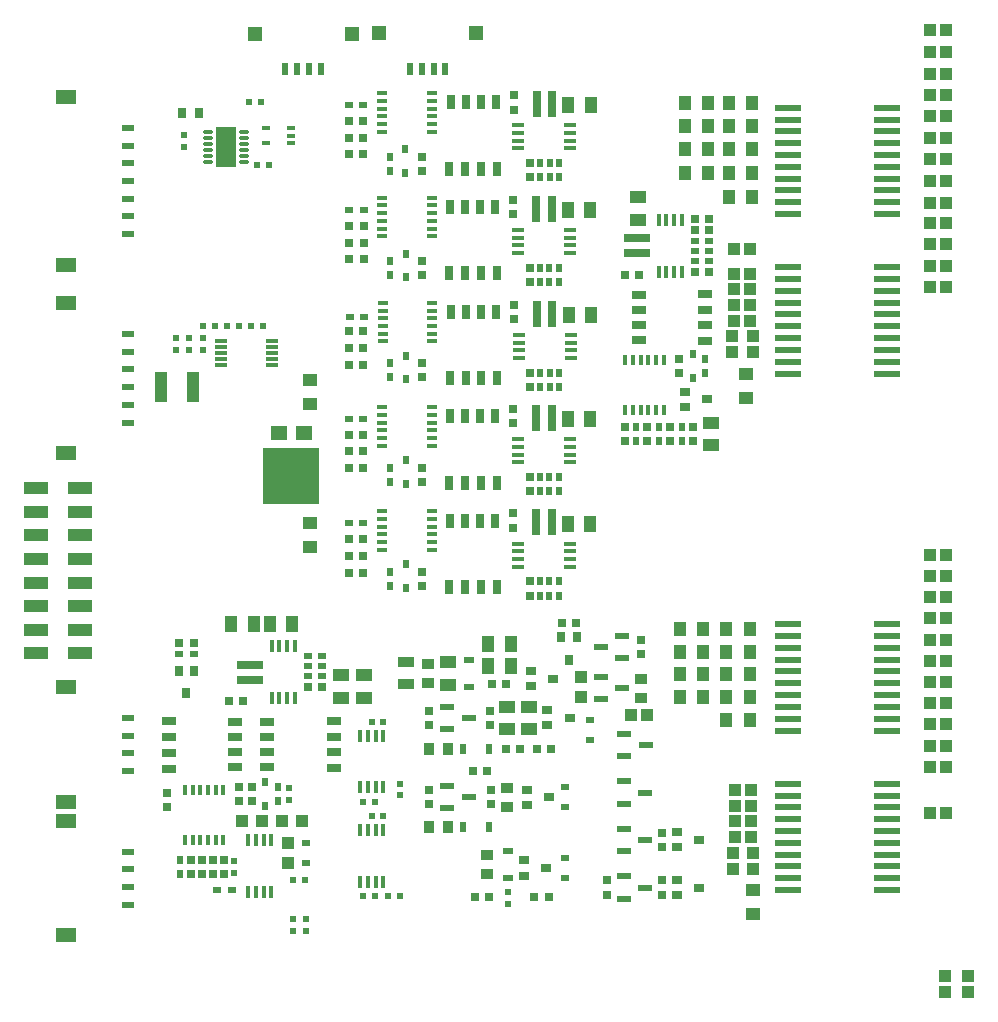
<source format=gbp>
G04 Layer_Color=128*
%FSLAX44Y44*%
%MOMM*%
G71*
G01*
G75*
%ADD26R,1.0500X0.6000*%
%ADD27R,1.8000X1.2500*%
%ADD28R,1.2600X1.3000*%
%ADD29R,0.5000X1.0000*%
%ADD31R,2.2600X0.6100*%
G04:AMPARAMS|DCode=43|XSize=0.3mm|YSize=0.8mm|CornerRadius=0.075mm|HoleSize=0mm|Usage=FLASHONLY|Rotation=270.000|XOffset=0mm|YOffset=0mm|HoleType=Round|Shape=RoundedRectangle|*
%AMROUNDEDRECTD43*
21,1,0.3000,0.6500,0,0,270.0*
21,1,0.1500,0.8000,0,0,270.0*
1,1,0.1500,-0.3250,-0.0750*
1,1,0.1500,-0.3250,0.0750*
1,1,0.1500,0.3250,0.0750*
1,1,0.1500,0.3250,-0.0750*
%
%ADD43ROUNDEDRECTD43*%
%ADD50R,0.8000X0.9000*%
G04:AMPARAMS|DCode=52|XSize=0.7mm|YSize=0.9mm|CornerRadius=0.035mm|HoleSize=0mm|Usage=FLASHONLY|Rotation=0.000|XOffset=0mm|YOffset=0mm|HoleType=Round|Shape=RoundedRectangle|*
%AMROUNDEDRECTD52*
21,1,0.7000,0.8300,0,0,0.0*
21,1,0.6300,0.9000,0,0,0.0*
1,1,0.0700,0.3150,-0.4150*
1,1,0.0700,-0.3150,-0.4150*
1,1,0.0700,-0.3150,0.4150*
1,1,0.0700,0.3150,0.4150*
%
%ADD52ROUNDEDRECTD52*%
%ADD53R,0.8000X0.7000*%
%ADD54R,0.6000X0.6000*%
%ADD55R,0.8000X0.6000*%
%ADD56R,0.9800X0.9800*%
%ADD57R,1.0000X1.3000*%
%ADD58R,0.6000X0.6000*%
%ADD59R,1.3000X1.0000*%
%ADD60R,0.9800X0.9800*%
G04:AMPARAMS|DCode=61|XSize=0.41mm|YSize=1.1mm|CornerRadius=0.1025mm|HoleSize=0mm|Usage=FLASHONLY|Rotation=90.000|XOffset=0mm|YOffset=0mm|HoleType=Round|Shape=RoundedRectangle|*
%AMROUNDEDRECTD61*
21,1,0.4100,0.8950,0,0,90.0*
21,1,0.2050,1.1000,0,0,90.0*
1,1,0.2050,0.4475,0.1025*
1,1,0.2050,0.4475,-0.1025*
1,1,0.2050,-0.4475,-0.1025*
1,1,0.2050,-0.4475,0.1025*
%
%ADD61ROUNDEDRECTD61*%
%ADD62R,1.0000X1.1000*%
%ADD159R,4.8000X4.7500*%
%ADD160R,1.4000X1.2700*%
%ADD161R,0.8000X0.4000*%
G04:AMPARAMS|DCode=162|XSize=0.7mm|YSize=0.9mm|CornerRadius=0.035mm|HoleSize=0mm|Usage=FLASHONLY|Rotation=90.000|XOffset=0mm|YOffset=0mm|HoleType=Round|Shape=RoundedRectangle|*
%AMROUNDEDRECTD162*
21,1,0.7000,0.8300,0,0,90.0*
21,1,0.6300,0.9000,0,0,90.0*
1,1,0.0700,0.4150,0.3150*
1,1,0.0700,0.4150,-0.3150*
1,1,0.0700,-0.4150,-0.3150*
1,1,0.0700,-0.4150,0.3150*
%
%ADD162ROUNDEDRECTD162*%
%ADD163R,0.5000X0.8000*%
%ADD164R,0.6300X0.8300*%
%ADD165R,2.2000X0.7000*%
%ADD166R,1.4000X0.9500*%
G04:AMPARAMS|DCode=167|XSize=0.41mm|YSize=1.1mm|CornerRadius=0.1025mm|HoleSize=0mm|Usage=FLASHONLY|Rotation=180.000|XOffset=0mm|YOffset=0mm|HoleType=Round|Shape=RoundedRectangle|*
%AMROUNDEDRECTD167*
21,1,0.4100,0.8950,0,0,180.0*
21,1,0.2050,1.1000,0,0,180.0*
1,1,0.2050,-0.1025,0.4475*
1,1,0.2050,0.1025,0.4475*
1,1,0.2050,0.1025,-0.4475*
1,1,0.2050,-0.1025,-0.4475*
%
%ADD167ROUNDEDRECTD167*%
G04:AMPARAMS|DCode=168|XSize=0.3mm|YSize=1.1mm|CornerRadius=0.075mm|HoleSize=0mm|Usage=FLASHONLY|Rotation=90.000|XOffset=0mm|YOffset=0mm|HoleType=Round|Shape=RoundedRectangle|*
%AMROUNDEDRECTD168*
21,1,0.3000,0.9500,0,0,90.0*
21,1,0.1500,1.1000,0,0,90.0*
1,1,0.1500,0.4750,0.0750*
1,1,0.1500,0.4750,-0.0750*
1,1,0.1500,-0.4750,-0.0750*
1,1,0.1500,-0.4750,0.0750*
%
%ADD168ROUNDEDRECTD168*%
%ADD169R,0.4200X0.8890*%
%ADD170R,1.2000X0.6500*%
%ADD171R,1.7500X3.3500*%
%ADD172R,0.8000X0.6000*%
%ADD173R,1.0500X1.4000*%
%ADD174R,1.0000X0.9000*%
%ADD175R,0.6000X0.8000*%
%ADD176R,2.0000X1.0000*%
%ADD177R,1.1000X2.6000*%
%ADD178R,0.6000X0.5000*%
%ADD179R,1.4000X1.0500*%
%ADD180R,0.7000X0.8000*%
%ADD181R,0.9000X1.0000*%
%ADD182R,0.5000X0.6000*%
%ADD183R,0.8300X0.6300*%
%ADD184R,1.2000X0.6000*%
%ADD185R,0.6500X1.2000*%
%ADD186R,1.1000X1.0000*%
%ADD187R,0.7000X2.2000*%
%ADD188R,0.8890X0.4200*%
D26*
X-9000Y323000D02*
D03*
Y308000D02*
D03*
Y293000D02*
D03*
Y278000D02*
D03*
Y263000D02*
D03*
Y248000D02*
D03*
Y233000D02*
D03*
Y-176500D02*
D03*
Y-191500D02*
D03*
Y-206500D02*
D03*
Y-221500D02*
D03*
Y148500D02*
D03*
Y133500D02*
D03*
Y118500D02*
D03*
Y103500D02*
D03*
Y88500D02*
D03*
Y73500D02*
D03*
Y-289750D02*
D03*
Y-304750D02*
D03*
Y-319750D02*
D03*
Y-334750D02*
D03*
D27*
X-61000Y349000D02*
D03*
Y207000D02*
D03*
Y-150500D02*
D03*
Y-247500D02*
D03*
Y174500D02*
D03*
Y47500D02*
D03*
Y-263750D02*
D03*
Y-360750D02*
D03*
D28*
X180500Y402400D02*
D03*
X98500D02*
D03*
X286000Y402900D02*
D03*
X204000D02*
D03*
D29*
X154500Y372500D02*
D03*
X124500D02*
D03*
X134500D02*
D03*
X144500D02*
D03*
X260000Y373000D02*
D03*
X230000D02*
D03*
X240000D02*
D03*
X250000D02*
D03*
D31*
X633550Y-187300D02*
D03*
Y-177300D02*
D03*
Y-167300D02*
D03*
Y-157300D02*
D03*
Y-147300D02*
D03*
Y-137300D02*
D03*
Y-127300D02*
D03*
Y-117300D02*
D03*
Y-107300D02*
D03*
Y-97300D02*
D03*
X549750D02*
D03*
Y-107300D02*
D03*
Y-117300D02*
D03*
Y-127300D02*
D03*
Y-137300D02*
D03*
Y-147300D02*
D03*
Y-157300D02*
D03*
Y-167300D02*
D03*
Y-177300D02*
D03*
Y-187300D02*
D03*
Y250000D02*
D03*
Y260000D02*
D03*
Y270000D02*
D03*
Y280000D02*
D03*
Y290000D02*
D03*
Y300000D02*
D03*
Y310000D02*
D03*
Y320000D02*
D03*
Y330000D02*
D03*
Y340000D02*
D03*
X633550D02*
D03*
Y330000D02*
D03*
Y320000D02*
D03*
Y310000D02*
D03*
Y300000D02*
D03*
Y290000D02*
D03*
Y280000D02*
D03*
Y270000D02*
D03*
Y260000D02*
D03*
Y250000D02*
D03*
X549750Y115000D02*
D03*
Y125000D02*
D03*
Y135000D02*
D03*
Y145000D02*
D03*
Y155000D02*
D03*
Y165000D02*
D03*
Y175000D02*
D03*
Y185000D02*
D03*
Y195000D02*
D03*
Y205000D02*
D03*
X633550D02*
D03*
Y195000D02*
D03*
Y185000D02*
D03*
Y175000D02*
D03*
Y165000D02*
D03*
Y155000D02*
D03*
Y145000D02*
D03*
Y135000D02*
D03*
Y125000D02*
D03*
Y115000D02*
D03*
X549750Y-322300D02*
D03*
Y-312300D02*
D03*
Y-302300D02*
D03*
Y-292300D02*
D03*
Y-282300D02*
D03*
Y-272300D02*
D03*
Y-262300D02*
D03*
Y-252300D02*
D03*
Y-242300D02*
D03*
Y-232300D02*
D03*
X633550D02*
D03*
Y-242300D02*
D03*
Y-252300D02*
D03*
Y-262300D02*
D03*
Y-272300D02*
D03*
Y-282300D02*
D03*
Y-292300D02*
D03*
Y-302300D02*
D03*
Y-312300D02*
D03*
Y-322300D02*
D03*
D43*
X59354Y314146D02*
D03*
Y319146D02*
D03*
Y304146D02*
D03*
Y309146D02*
D03*
Y299146D02*
D03*
Y294146D02*
D03*
X89354D02*
D03*
Y299146D02*
D03*
Y304146D02*
D03*
Y309146D02*
D03*
Y314146D02*
D03*
Y319146D02*
D03*
D50*
X37104Y335396D02*
D03*
X51104D02*
D03*
D52*
X364750Y-127500D02*
D03*
X371250Y-108500D02*
D03*
X358250D02*
D03*
X40750Y-155500D02*
D03*
X47250Y-136500D02*
D03*
X34250D02*
D03*
D53*
X471000Y236250D02*
D03*
X483000D02*
D03*
X143250Y-150500D02*
D03*
X155250D02*
D03*
X295306Y-221742D02*
D03*
X283306D02*
D03*
X284830Y-328422D02*
D03*
X296830D02*
D03*
X335376Y-327914D02*
D03*
X347376D02*
D03*
X311250Y-202500D02*
D03*
X323250D02*
D03*
X349750Y-202500D02*
D03*
X337750D02*
D03*
X358750Y-96298D02*
D03*
X370750D02*
D03*
X311250Y-148250D02*
D03*
X299250D02*
D03*
X190528Y122428D02*
D03*
X178528D02*
D03*
X190390Y35088D02*
D03*
X178390D02*
D03*
X190658Y211836D02*
D03*
X178658D02*
D03*
X190506Y-53558D02*
D03*
X178506D02*
D03*
X190610Y300522D02*
D03*
X178610D02*
D03*
X190528Y136968D02*
D03*
X178528D02*
D03*
X190390Y49092D02*
D03*
X178390D02*
D03*
X190694Y225876D02*
D03*
X178694D02*
D03*
X190506Y-39554D02*
D03*
X178506D02*
D03*
X190570Y314659D02*
D03*
X178570D02*
D03*
X178528Y151008D02*
D03*
X190528D02*
D03*
X190390Y63132D02*
D03*
X178390D02*
D03*
X178694Y239916D02*
D03*
X190694D02*
D03*
X190506Y-25514D02*
D03*
X178506D02*
D03*
X178570Y328795D02*
D03*
X190570D02*
D03*
X76750Y-162500D02*
D03*
X88750D02*
D03*
X46750Y-113358D02*
D03*
X34750D02*
D03*
X483000Y201250D02*
D03*
X471000D02*
D03*
X412000Y198500D02*
D03*
X424000D02*
D03*
X483000Y245750D02*
D03*
X471000D02*
D03*
D54*
X313000Y-324250D02*
D03*
Y-334250D02*
D03*
X142000Y-356750D02*
D03*
Y-346750D02*
D03*
X131000D02*
D03*
Y-356750D02*
D03*
X39064Y316646D02*
D03*
Y306646D02*
D03*
X54750Y144750D02*
D03*
Y134750D02*
D03*
X43250Y144750D02*
D03*
Y134750D02*
D03*
X31750Y144750D02*
D03*
Y134750D02*
D03*
D55*
X142000Y-299250D02*
D03*
Y-282250D02*
D03*
X143250Y-141500D02*
D03*
X155250D02*
D03*
X155250Y-133000D02*
D03*
X143250D02*
D03*
X155250Y-124500D02*
D03*
X143250D02*
D03*
X78898Y-322580D02*
D03*
X66898D02*
D03*
X190788Y163112D02*
D03*
X178788D02*
D03*
X190390Y76490D02*
D03*
X178390D02*
D03*
X190694Y253456D02*
D03*
X178694D02*
D03*
X190302Y-11902D02*
D03*
X178302D02*
D03*
X190492Y342432D02*
D03*
X178492D02*
D03*
X34750Y-122358D02*
D03*
X46750D02*
D03*
X483000Y210250D02*
D03*
X471000D02*
D03*
X471000Y218750D02*
D03*
X483000D02*
D03*
X471000Y227250D02*
D03*
X483000D02*
D03*
D56*
X702750Y-394950D02*
D03*
Y-408550D02*
D03*
X683000Y-394950D02*
D03*
Y-408550D02*
D03*
D57*
X519750Y264250D02*
D03*
X499750D02*
D03*
X519750Y285000D02*
D03*
X499750D02*
D03*
X519750Y304667D02*
D03*
X499750D02*
D03*
X519750Y324333D02*
D03*
X499750D02*
D03*
X519750Y344000D02*
D03*
X499750D02*
D03*
X517750Y-178750D02*
D03*
X497750D02*
D03*
X517750Y-158750D02*
D03*
X497750D02*
D03*
X517750Y-139583D02*
D03*
X497750D02*
D03*
X517750Y-120417D02*
D03*
X497750D02*
D03*
X517750Y-101250D02*
D03*
X497750D02*
D03*
X482500Y285000D02*
D03*
X462500D02*
D03*
X482500Y304667D02*
D03*
X462500D02*
D03*
X482500Y324333D02*
D03*
X462500D02*
D03*
X482500Y344000D02*
D03*
X462500D02*
D03*
X478500Y-158750D02*
D03*
X458500D02*
D03*
X478500Y-139583D02*
D03*
X458500D02*
D03*
X478500Y-120417D02*
D03*
X458500D02*
D03*
X478500Y-101250D02*
D03*
X458500D02*
D03*
D58*
X100854Y291186D02*
D03*
X110854D02*
D03*
X190000Y-247500D02*
D03*
X200000D02*
D03*
X200000Y-327250D02*
D03*
X190000D02*
D03*
X197500Y-180000D02*
D03*
X207500D02*
D03*
X207500Y-259750D02*
D03*
X197500D02*
D03*
X75000Y155000D02*
D03*
X85000D02*
D03*
X95250D02*
D03*
X105250D02*
D03*
X54750D02*
D03*
X64750D02*
D03*
D59*
X145250Y89226D02*
D03*
Y109226D02*
D03*
Y-31500D02*
D03*
Y-11500D02*
D03*
X514250Y94500D02*
D03*
Y114500D02*
D03*
X520500Y-342250D02*
D03*
Y-322250D02*
D03*
D60*
X430800Y-174500D02*
D03*
X417200D02*
D03*
X518300Y220000D02*
D03*
X504700D02*
D03*
X684050Y206250D02*
D03*
X670450D02*
D03*
X684050Y188000D02*
D03*
X670450D02*
D03*
X684050Y259750D02*
D03*
X670450D02*
D03*
Y-56450D02*
D03*
X684050D02*
D03*
Y-182100D02*
D03*
X670450D02*
D03*
X684050Y-200050D02*
D03*
X670450D02*
D03*
Y332750D02*
D03*
X684050D02*
D03*
X670450Y405750D02*
D03*
X684050D02*
D03*
X670450Y387500D02*
D03*
X684050D02*
D03*
X670450Y314500D02*
D03*
X684050D02*
D03*
X670450Y224500D02*
D03*
X684050D02*
D03*
X670450Y278000D02*
D03*
X684050D02*
D03*
Y242750D02*
D03*
X670450D02*
D03*
X684050Y369000D02*
D03*
X670450D02*
D03*
X684050Y351000D02*
D03*
X670450D02*
D03*
X684050Y296250D02*
D03*
X670450D02*
D03*
X684050Y-218000D02*
D03*
X670450D02*
D03*
Y-128250D02*
D03*
X684050D02*
D03*
X670450Y-146200D02*
D03*
X684050D02*
D03*
X670450Y-164150D02*
D03*
X684050D02*
D03*
X670450Y-38500D02*
D03*
X684050D02*
D03*
Y-74400D02*
D03*
X670450D02*
D03*
X684050Y-92350D02*
D03*
X670450D02*
D03*
X684050Y-110300D02*
D03*
X670450D02*
D03*
Y-257500D02*
D03*
X684050D02*
D03*
X504700Y199378D02*
D03*
X518300D02*
D03*
X505200Y-237872D02*
D03*
X518800D02*
D03*
X504700Y186169D02*
D03*
X518300D02*
D03*
X505200Y-251081D02*
D03*
X518800D02*
D03*
X504700Y172959D02*
D03*
X518300D02*
D03*
X505200Y-264291D02*
D03*
X518800D02*
D03*
X504700Y159750D02*
D03*
X518300D02*
D03*
X505200Y-277500D02*
D03*
X518800D02*
D03*
D61*
X321938Y128011D02*
D03*
Y134511D02*
D03*
Y141011D02*
D03*
Y147511D02*
D03*
X365938Y128011D02*
D03*
Y134511D02*
D03*
Y141011D02*
D03*
Y147511D02*
D03*
X321438Y39761D02*
D03*
Y46261D02*
D03*
Y52761D02*
D03*
Y59261D02*
D03*
X365438Y39761D02*
D03*
Y46261D02*
D03*
Y52761D02*
D03*
Y59261D02*
D03*
X321438Y217011D02*
D03*
Y223511D02*
D03*
Y230011D02*
D03*
Y236511D02*
D03*
X365438Y217011D02*
D03*
Y223511D02*
D03*
Y230011D02*
D03*
Y236511D02*
D03*
X321438Y-48489D02*
D03*
Y-41989D02*
D03*
Y-35489D02*
D03*
Y-28989D02*
D03*
X365438Y-48489D02*
D03*
Y-41989D02*
D03*
Y-35489D02*
D03*
Y-28989D02*
D03*
X321688Y305511D02*
D03*
Y312011D02*
D03*
Y318511D02*
D03*
Y325011D02*
D03*
X365688Y305511D02*
D03*
Y312011D02*
D03*
Y318511D02*
D03*
Y325011D02*
D03*
D62*
X121501Y-264000D02*
D03*
X138501D02*
D03*
X502999Y146500D02*
D03*
X519999D02*
D03*
X503498Y-291250D02*
D03*
X520499D02*
D03*
X502999Y133250D02*
D03*
X519999D02*
D03*
X503499Y-304500D02*
D03*
X520499D02*
D03*
X88001Y-264000D02*
D03*
X105001D02*
D03*
D159*
X129650Y28000D02*
D03*
D160*
X119250Y64500D02*
D03*
X140050D02*
D03*
D161*
X107854Y322896D02*
D03*
Y309896D02*
D03*
X129354D02*
D03*
Y316396D02*
D03*
Y322896D02*
D03*
D162*
X481500Y93000D02*
D03*
X462500Y99500D02*
D03*
Y86500D02*
D03*
X365250Y-176500D02*
D03*
X346250Y-170000D02*
D03*
Y-183000D02*
D03*
X345542Y-303530D02*
D03*
X326542Y-297030D02*
D03*
Y-310030D02*
D03*
X351500Y-143250D02*
D03*
X332500Y-136750D02*
D03*
Y-149750D02*
D03*
X347750Y-243750D02*
D03*
X328750Y-237250D02*
D03*
Y-250250D02*
D03*
X475000Y-320250D02*
D03*
X456000Y-313750D02*
D03*
Y-326750D02*
D03*
X475000Y-279750D02*
D03*
X456000Y-273250D02*
D03*
Y-286250D02*
D03*
D163*
X469250Y111500D02*
D03*
Y131500D02*
D03*
X226462Y130216D02*
D03*
Y110216D02*
D03*
X226350Y41816D02*
D03*
Y21816D02*
D03*
X226308Y216568D02*
D03*
Y196568D02*
D03*
X226238Y-46576D02*
D03*
Y-66576D02*
D03*
X226162Y304964D02*
D03*
Y284964D02*
D03*
X107250Y-251250D02*
D03*
Y-231250D02*
D03*
D164*
X274850Y-269250D02*
D03*
X297150D02*
D03*
X274850Y-202500D02*
D03*
X297150D02*
D03*
D165*
X422550Y229750D02*
D03*
Y216750D02*
D03*
X94750Y-144378D02*
D03*
Y-131378D02*
D03*
D166*
X227000Y-129250D02*
D03*
Y-147750D02*
D03*
D167*
X460050Y201250D02*
D03*
X453550D02*
D03*
X447050D02*
D03*
X440550D02*
D03*
X460050Y245250D02*
D03*
X453550D02*
D03*
X447050D02*
D03*
X440550D02*
D03*
X112750Y-115878D02*
D03*
X119250D02*
D03*
X125750D02*
D03*
X132250D02*
D03*
X112750Y-159878D02*
D03*
X119250D02*
D03*
X125750D02*
D03*
X132250D02*
D03*
X207500Y-235500D02*
D03*
X201000D02*
D03*
X194500D02*
D03*
X188000D02*
D03*
X207500Y-191500D02*
D03*
X201000D02*
D03*
X194500D02*
D03*
X188000D02*
D03*
X207500Y-315250D02*
D03*
X201000D02*
D03*
X194500D02*
D03*
X188000D02*
D03*
X207500Y-271250D02*
D03*
X201000D02*
D03*
X194500D02*
D03*
X188000D02*
D03*
X93000Y-280000D02*
D03*
X99500D02*
D03*
X106000D02*
D03*
X112500D02*
D03*
X93000Y-324000D02*
D03*
X99500D02*
D03*
X106000D02*
D03*
X112500D02*
D03*
D168*
X69750Y142250D02*
D03*
X112750D02*
D03*
Y137250D02*
D03*
Y132250D02*
D03*
X69750Y137250D02*
D03*
Y132250D02*
D03*
Y127250D02*
D03*
Y122250D02*
D03*
X112750Y127250D02*
D03*
Y122250D02*
D03*
D169*
X444750Y83925D02*
D03*
X438250D02*
D03*
X431750D02*
D03*
X425250D02*
D03*
X418750D02*
D03*
X412250D02*
D03*
X444750Y126075D02*
D03*
X438250D02*
D03*
X431750D02*
D03*
X425250D02*
D03*
X418750D02*
D03*
X412250D02*
D03*
X72000Y-280075D02*
D03*
X65500D02*
D03*
X59000D02*
D03*
X52500D02*
D03*
X46000D02*
D03*
X39500D02*
D03*
X72000Y-237925D02*
D03*
X65500D02*
D03*
X59000D02*
D03*
X52500D02*
D03*
X46000D02*
D03*
X39500D02*
D03*
D170*
X479690Y142434D02*
D03*
Y155896D02*
D03*
Y169104D02*
D03*
Y182566D02*
D03*
X423500Y181550D02*
D03*
Y168850D02*
D03*
Y156150D02*
D03*
Y143450D02*
D03*
X25810Y-179434D02*
D03*
Y-192896D02*
D03*
Y-206104D02*
D03*
Y-219566D02*
D03*
X82000Y-218550D02*
D03*
Y-205850D02*
D03*
Y-193150D02*
D03*
Y-180450D02*
D03*
X165440Y-219316D02*
D03*
Y-205854D02*
D03*
Y-192646D02*
D03*
Y-179184D02*
D03*
X109250Y-180200D02*
D03*
Y-192900D02*
D03*
Y-205600D02*
D03*
Y-218300D02*
D03*
D171*
X74354Y306646D02*
D03*
D172*
X361500Y-234996D02*
D03*
Y-251996D02*
D03*
Y-295450D02*
D03*
Y-312450D02*
D03*
X382750Y-195500D02*
D03*
Y-178500D02*
D03*
D173*
X78750Y-97250D02*
D03*
X97750D02*
D03*
X315250Y-114250D02*
D03*
X296250D02*
D03*
X315250Y-133000D02*
D03*
X296250D02*
D03*
X383250Y164500D02*
D03*
X364250D02*
D03*
X382750Y76250D02*
D03*
X363750D02*
D03*
X382750Y253500D02*
D03*
X363750D02*
D03*
X382750Y-12000D02*
D03*
X363750D02*
D03*
X383000Y342000D02*
D03*
X364000D02*
D03*
X130250Y-97250D02*
D03*
X111250D02*
D03*
D174*
X312500Y-235700D02*
D03*
Y-251700D02*
D03*
X295402Y-308482D02*
D03*
Y-292482D02*
D03*
X244850Y-147128D02*
D03*
Y-131128D02*
D03*
X425500Y-143450D02*
D03*
Y-159450D02*
D03*
D175*
X421052Y70000D02*
D03*
Y58000D02*
D03*
X340500Y103500D02*
D03*
Y115500D02*
D03*
X340000Y15250D02*
D03*
Y27250D02*
D03*
Y192500D02*
D03*
Y204500D02*
D03*
Y-73000D02*
D03*
Y-61000D02*
D03*
X340250Y281000D02*
D03*
Y293000D02*
D03*
X213172Y123676D02*
D03*
Y111676D02*
D03*
X213060Y35276D02*
D03*
Y23276D02*
D03*
X213018Y210282D02*
D03*
Y198282D02*
D03*
X212948Y-53116D02*
D03*
Y-65116D02*
D03*
X212872Y298424D02*
D03*
Y286424D02*
D03*
X348500Y115500D02*
D03*
Y103500D02*
D03*
X348000Y27250D02*
D03*
Y15250D02*
D03*
Y204500D02*
D03*
Y192500D02*
D03*
Y-61000D02*
D03*
Y-73000D02*
D03*
X348250Y293000D02*
D03*
Y281000D02*
D03*
X356500Y115500D02*
D03*
Y103500D02*
D03*
X356000Y27250D02*
D03*
Y15250D02*
D03*
Y204500D02*
D03*
Y192500D02*
D03*
Y-61000D02*
D03*
Y-73000D02*
D03*
X356250Y293000D02*
D03*
Y281000D02*
D03*
X118000Y-235250D02*
D03*
Y-247250D02*
D03*
X35500Y-296750D02*
D03*
Y-308750D02*
D03*
X480000Y127500D02*
D03*
Y115500D02*
D03*
X460219Y70000D02*
D03*
Y58000D02*
D03*
X440635Y70000D02*
D03*
Y58000D02*
D03*
D176*
X-49250Y17980D02*
D03*
X-87000D02*
D03*
Y-2020D02*
D03*
X-49250D02*
D03*
X-87000Y-22020D02*
D03*
X-49250D02*
D03*
X-87000Y-42020D02*
D03*
X-49250D02*
D03*
X-87000Y-62020D02*
D03*
X-49250D02*
D03*
X-87000Y-82020D02*
D03*
X-49250D02*
D03*
X-87000Y-102020D02*
D03*
X-49250D02*
D03*
X-87000Y-122020D02*
D03*
X-49250D02*
D03*
D177*
X46500Y103500D02*
D03*
X19500D02*
D03*
D178*
X211662Y-327250D02*
D03*
X221662D02*
D03*
X104000Y344500D02*
D03*
X94000D02*
D03*
X141250Y-314250D02*
D03*
X131250D02*
D03*
D179*
X422750Y264250D02*
D03*
Y245250D02*
D03*
X484786Y54500D02*
D03*
Y73500D02*
D03*
X171958Y-140360D02*
D03*
Y-159360D02*
D03*
X190754Y-140360D02*
D03*
Y-159360D02*
D03*
X311750Y-167000D02*
D03*
Y-186000D02*
D03*
X262488Y-129628D02*
D03*
Y-148628D02*
D03*
X330500Y-186000D02*
D03*
Y-167000D02*
D03*
D180*
X24130Y-251872D02*
D03*
Y-239872D02*
D03*
X411734Y70008D02*
D03*
Y58008D02*
D03*
X245750Y-182500D02*
D03*
Y-170500D02*
D03*
X297750Y-170500D02*
D03*
Y-182500D02*
D03*
X425500Y-110550D02*
D03*
Y-122550D02*
D03*
X245750Y-249700D02*
D03*
Y-237700D02*
D03*
X298250Y-237700D02*
D03*
Y-249700D02*
D03*
X396750Y-326250D02*
D03*
Y-314250D02*
D03*
X443750Y-314250D02*
D03*
Y-326250D02*
D03*
Y-273750D02*
D03*
Y-285750D02*
D03*
X318000Y173000D02*
D03*
Y161000D02*
D03*
X317500Y84750D02*
D03*
Y72750D02*
D03*
Y262000D02*
D03*
Y250000D02*
D03*
Y-3500D02*
D03*
Y-15500D02*
D03*
X317750Y350500D02*
D03*
Y338500D02*
D03*
X240252Y111676D02*
D03*
Y123676D02*
D03*
X240140Y23276D02*
D03*
Y35276D02*
D03*
X240098Y198282D02*
D03*
Y210282D02*
D03*
X240028Y-65116D02*
D03*
Y-53116D02*
D03*
X239952Y286424D02*
D03*
Y298424D02*
D03*
X332000Y103500D02*
D03*
Y115500D02*
D03*
X331500Y15250D02*
D03*
Y27250D02*
D03*
Y192500D02*
D03*
Y204500D02*
D03*
Y-73000D02*
D03*
Y-61000D02*
D03*
X331750Y281000D02*
D03*
Y293000D02*
D03*
X85250Y-247250D02*
D03*
Y-235250D02*
D03*
X96000Y-235250D02*
D03*
Y-247250D02*
D03*
X72500Y-308750D02*
D03*
Y-296750D02*
D03*
X63128Y-308750D02*
D03*
Y-296750D02*
D03*
X53750Y-296750D02*
D03*
Y-308750D02*
D03*
X44378Y-308750D02*
D03*
Y-296750D02*
D03*
X458000Y127500D02*
D03*
Y115500D02*
D03*
X469510Y58000D02*
D03*
Y70000D02*
D03*
X430344Y58000D02*
D03*
Y70000D02*
D03*
X449927Y58000D02*
D03*
Y70000D02*
D03*
D181*
X262250Y-202500D02*
D03*
X246250D02*
D03*
X262250Y-269250D02*
D03*
X246250D02*
D03*
D182*
X80750Y-307750D02*
D03*
Y-297750D02*
D03*
X127250Y-246250D02*
D03*
Y-236250D02*
D03*
X221846Y-242236D02*
D03*
Y-232236D02*
D03*
D183*
X279850Y-150278D02*
D03*
Y-127978D02*
D03*
X313000Y-311886D02*
D03*
Y-289586D02*
D03*
D184*
X279750Y-176550D02*
D03*
X261750Y-167050D02*
D03*
Y-186050D02*
D03*
X409750Y-151500D02*
D03*
X391750Y-142000D02*
D03*
Y-161000D02*
D03*
Y-116500D02*
D03*
X409750Y-126000D02*
D03*
Y-107000D02*
D03*
X279750Y-243750D02*
D03*
X261750Y-234250D02*
D03*
Y-253250D02*
D03*
X429250Y-239750D02*
D03*
X411250Y-230250D02*
D03*
Y-249250D02*
D03*
X429500Y-199750D02*
D03*
X411500Y-190250D02*
D03*
Y-209250D02*
D03*
X429250Y-320300D02*
D03*
X411250Y-310800D02*
D03*
Y-329800D02*
D03*
X429250Y-279800D02*
D03*
X411250Y-270300D02*
D03*
Y-289300D02*
D03*
D185*
X263684Y110810D02*
D03*
X277146D02*
D03*
X290354D02*
D03*
X303816D02*
D03*
X302800Y167000D02*
D03*
X290100D02*
D03*
X277400D02*
D03*
X264700D02*
D03*
X263184Y22560D02*
D03*
X276646D02*
D03*
X289854D02*
D03*
X303316D02*
D03*
X302300Y78750D02*
D03*
X289600D02*
D03*
X276900D02*
D03*
X264200D02*
D03*
X263184Y199810D02*
D03*
X276646D02*
D03*
X289854D02*
D03*
X303316D02*
D03*
X302300Y256000D02*
D03*
X289600D02*
D03*
X276900D02*
D03*
X264200D02*
D03*
X263184Y-65690D02*
D03*
X276646D02*
D03*
X289854D02*
D03*
X303316D02*
D03*
X302300Y-9500D02*
D03*
X289600D02*
D03*
X276900D02*
D03*
X264200D02*
D03*
X263434Y288310D02*
D03*
X276896D02*
D03*
X290104D02*
D03*
X303566D02*
D03*
X302550Y344500D02*
D03*
X289850D02*
D03*
X277150D02*
D03*
X264450D02*
D03*
D186*
X375000Y-158999D02*
D03*
Y-141999D02*
D03*
X126500Y-282501D02*
D03*
Y-299501D02*
D03*
D187*
X350438Y165511D02*
D03*
X337438D02*
D03*
X349938Y77261D02*
D03*
X336938D02*
D03*
X349938Y254511D02*
D03*
X336938D02*
D03*
X349938Y-10989D02*
D03*
X336938D02*
D03*
X350188Y343011D02*
D03*
X337188D02*
D03*
D188*
X206750Y142250D02*
D03*
Y148750D02*
D03*
Y155250D02*
D03*
Y161750D02*
D03*
Y168250D02*
D03*
Y174750D02*
D03*
X248900Y142250D02*
D03*
Y148750D02*
D03*
Y155250D02*
D03*
Y161750D02*
D03*
Y168250D02*
D03*
Y174750D02*
D03*
X206250Y54000D02*
D03*
Y60500D02*
D03*
Y67000D02*
D03*
Y73500D02*
D03*
Y80000D02*
D03*
Y86500D02*
D03*
X248400Y54000D02*
D03*
Y60500D02*
D03*
Y67000D02*
D03*
Y73500D02*
D03*
Y80000D02*
D03*
Y86500D02*
D03*
X206250Y231250D02*
D03*
Y237750D02*
D03*
Y244250D02*
D03*
Y250750D02*
D03*
Y257250D02*
D03*
Y263750D02*
D03*
X248400Y231250D02*
D03*
Y237750D02*
D03*
Y244250D02*
D03*
Y250750D02*
D03*
Y257250D02*
D03*
Y263750D02*
D03*
X206250Y-34250D02*
D03*
Y-27750D02*
D03*
Y-21250D02*
D03*
Y-14750D02*
D03*
Y-8250D02*
D03*
Y-1750D02*
D03*
X248400Y-34250D02*
D03*
Y-27750D02*
D03*
Y-21250D02*
D03*
Y-14750D02*
D03*
Y-8250D02*
D03*
Y-1750D02*
D03*
X206500Y319750D02*
D03*
Y326250D02*
D03*
Y332750D02*
D03*
Y339250D02*
D03*
Y345750D02*
D03*
Y352250D02*
D03*
X248650Y319750D02*
D03*
Y326250D02*
D03*
Y332750D02*
D03*
Y339250D02*
D03*
Y345750D02*
D03*
Y352250D02*
D03*
M02*

</source>
